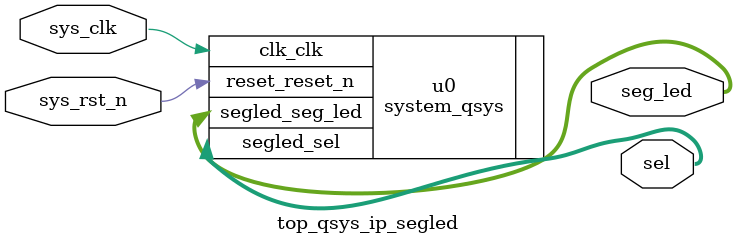
<source format=v>

module top_qsys_ip_segled(
    input        sys_clk,      // 时钟
    input        sys_rst_n,    // 复位

    output [5:0] sel,          // 数码管位选端
    output [7:0] seg_led       // 数码管段选端
);

//*****************************************************
//**                    main code
//*****************************************************

//例化Qsys系统
system_qsys u0 (
    .clk_clk            (sys_clk  ),   // 时钟
    .reset_reset_n      (sys_rst_n),   // 复位
   
    .segled_sel         (sel      ),   // 数码管位选端
    .segled_seg_led     (seg_led  )    // 数码管段选端
    );


endmodule
</source>
